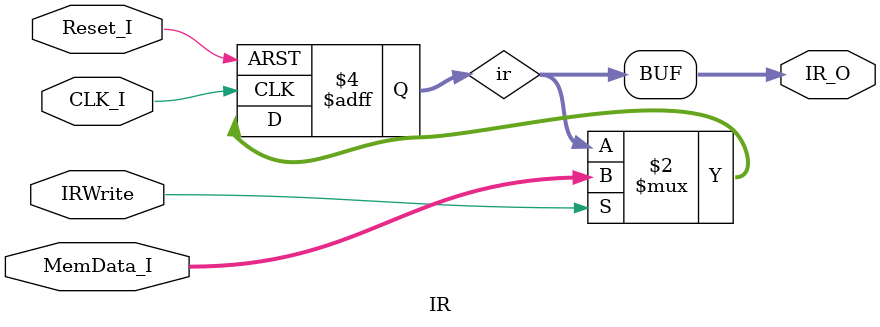
<source format=v>
/*
 * This is part of COCOA project, which covers the 5 basic disciplines
 * in computer science: digital logic, computer organization, compiler, 
 * computer architecture,  and operating system.
 * Copy right belongs to BUAA, 2008
 */
 `timescale  1ns/1ns


//`include "../../cpu/src/cocoa_head.v"

/*
 * This is the instruction register for MIPS-C processor. 
 */
`timescale  1ns/1ns

module IR(
	CLK_I,
	Reset_I,
	MemData_I,
	IRWrite,
	IR_O
);
////////////////////// declarations /////////////////////////
/*			IO ports			*/			
input 	CLK_I;		         // system clock 
input  	Reset_I;		      // reset signal 
input	[31:0]MemData_I;		// memory data
input 	IRWrite;		       // write enable for IR register
output[31:0]IR_O;			    // IR's output 

/*		internal register			*/
reg	[31:0]ir;

/////////////////// implementation codes ////////////////////
//output 
assign 	IR_O = ir;

//write register
always@(posedge CLK_I or posedge Reset_I)
begin
	if(Reset_I)	ir <= 32'b0;
	else if(IRWrite) 	ir <= MemData_I;
end

endmodule





</source>
